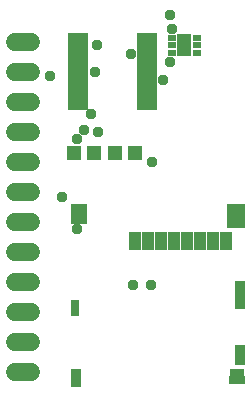
<source format=gbr>
G04 EAGLE Gerber RS-274X export*
G75*
%MOMM*%
%FSLAX34Y34*%
%LPD*%
%INSoldermask Top*%
%IPPOS*%
%AMOC8*
5,1,8,0,0,1.08239X$1,22.5*%
G01*
%ADD10R,0.803200X0.553200*%
%ADD11R,1.303200X1.903200*%
%ADD12R,1.678200X0.653200*%
%ADD13R,1.003200X1.603200*%
%ADD14R,1.553200X2.003200*%
%ADD15R,0.853200X2.343200*%
%ADD16R,0.853200X1.803200*%
%ADD17R,1.303200X0.653200*%
%ADD18R,1.353200X0.653200*%
%ADD19R,0.853200X1.503200*%
%ADD20R,0.803200X1.353200*%
%ADD21R,1.363200X1.703200*%
%ADD22R,1.203200X1.303200*%
%ADD23C,1.524000*%
%ADD24C,0.959600*%


D10*
X164300Y308300D03*
X164300Y301800D03*
X164300Y295300D03*
X185300Y295300D03*
X185300Y301800D03*
X185300Y308300D03*
D11*
X174800Y301800D03*
D12*
X84920Y308650D03*
X84920Y302150D03*
X84920Y295650D03*
X84920Y289150D03*
X84920Y282650D03*
X84920Y276150D03*
X84920Y269650D03*
X84920Y263150D03*
X84920Y256650D03*
X84920Y250150D03*
X143680Y250150D03*
X143680Y256650D03*
X143680Y263150D03*
X143680Y269650D03*
X143680Y276150D03*
X143680Y282650D03*
X143680Y289150D03*
X143680Y295650D03*
X143680Y302150D03*
X143680Y308650D03*
D13*
X132750Y136400D03*
X143750Y136400D03*
X154750Y136400D03*
X165750Y136400D03*
X176750Y136400D03*
X187750Y136400D03*
X198750Y136400D03*
X209750Y136400D03*
D14*
X218650Y156900D03*
D15*
X221900Y90600D03*
D16*
X221900Y39800D03*
D17*
X219650Y24750D03*
D18*
X219400Y18150D03*
D19*
X82900Y20400D03*
D20*
X82650Y79650D03*
D21*
X85450Y159400D03*
D22*
X98100Y210300D03*
X81100Y210300D03*
X116000Y210300D03*
X133000Y210300D03*
D23*
X44704Y25400D02*
X31496Y25400D01*
X31496Y50800D02*
X44704Y50800D01*
X44704Y76200D02*
X31496Y76200D01*
X31496Y101600D02*
X44704Y101600D01*
X44704Y127000D02*
X31496Y127000D01*
X31496Y152400D02*
X44704Y152400D01*
X44704Y177800D02*
X31496Y177800D01*
X31496Y203200D02*
X44704Y203200D01*
X44704Y228600D02*
X31496Y228600D01*
X31496Y254000D02*
X44704Y254000D01*
X44704Y279400D02*
X31496Y279400D01*
X31496Y304800D02*
X44704Y304800D01*
D24*
X96012Y243840D03*
X99060Y278892D03*
X147828Y202692D03*
X164592Y315468D03*
X100584Y301752D03*
X89916Y230124D03*
X71628Y173736D03*
X129540Y294132D03*
X163068Y327660D03*
X60960Y275844D03*
X163068Y288036D03*
X156972Y272796D03*
X83820Y222504D03*
X131064Y99060D03*
X83820Y146304D03*
X146304Y99060D03*
X102108Y228600D03*
M02*

</source>
